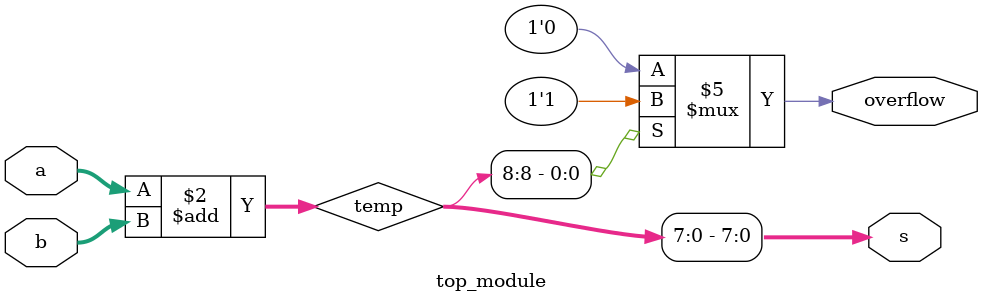
<source format=sv>
module top_module (
	input [7:0] a,
	input [7:0] b,
	output [7:0] s,
	output overflow
);

	reg [8:0] temp; // Use one extra bit for overflow detection

	always @(*) begin
		temp = a + b;
		if (temp[8] == 1) // Check if overflow has occurred
			overflow = 1;
		else
			overflow = 0;
		s = temp[7:0];
	end
endmodule

</source>
